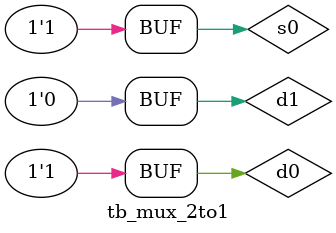
<source format=v>
`timescale 1ns / 1ps


module tb_mux_2to1();

    reg  s0;
    reg  d0;
    reg  d1;
    
    wire out1;

    mux_2to1 UUT
        (
         .s0   ( s0   ),
         .d0   ( d0   ),
         .d1   ( d1   ),
         .out1 ( out1 )
        );

    initial 
    begin
        #10 d0 = 1; d1 = 0; s0 = 1;
        #10 s0 = 0;
        #10 s0 = 1;     
    end
    
endmodule

</source>
